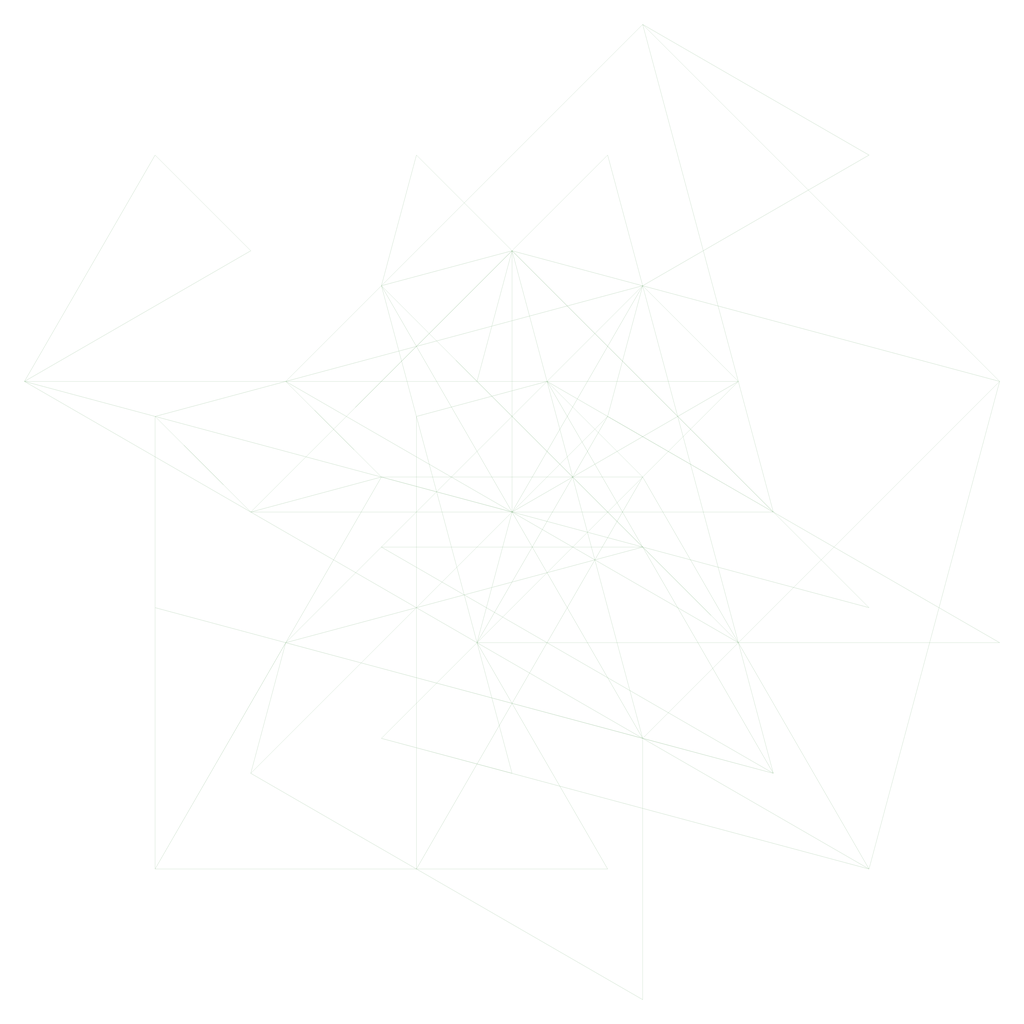
<source format=gbr>
%MOMM*%
%FSLAX26Y26*%
%LPD*%
%ADD10C,0.0833333333333333*%
D10*
X576642320Y10488782D02*
G01*
%LS5.86229169994112*
X337357680Y10488782D01*
%LS0.732050807568877*
X217715360Y217715360D01*
%LS0.267949192431123*
X337357680Y424941937D01*
%LS0.869638781605583*
X544584257Y544584257D01*
X424941937Y337357680D01*
%LS1.14990271955643*
X217715360Y217715360D01*
%LS2.73205080756888*
X217715360Y457000000D01*
%LS0.866025403784439*
X337357680Y664226577D01*
%LS1.15470053837925*
X544584257Y783868898D01*
%LS0.366025403784439*
X424941937Y576642320D01*
%LS1.36602540378444*
X217715360Y457000000D01*
%LS1.73205080756888*
X337357680Y249773423D01*
%LS0.367552596947861*
X457000000Y457000000D01*
X664226577Y576642320D01*
%LS1.5707963267949*
X544584257Y369415743D01*
%LS1*
X337357680Y249773423D01*
%LS1*
X337357680Y10488782D01*
%LS1*
X457000000Y217715360D01*
%LS1*
X337357680Y424941937D01*
%LS1*
X337357680Y664226577D01*
%LS0.636619772367581*
X457000000Y457000000D01*
X457000000Y217715360D01*
%LS2.72069904635133*
X664226577Y337357680D01*
%LS0.577350269189626*
X544584257Y544584257D01*
%LS0.732050807568877*
X544584257Y783868898D01*
%LS2.73205080756888*
X664226577Y576642320D01*
%LS0.866025403784439*
X664226577Y337357680D01*
%LS1.15470053837925*
X544584257Y130131102D01*
%LS0.366025403784439*
X424941937Y337357680D01*
%LS0.869638781605583*
X424941937Y576642320D01*
X544584257Y369415743D01*
%LS1.14990271955643*
X544584257Y130131102D01*
%LS3.73205080756888*
X337357680Y10488782D01*
%LS1.36602540378444*
X130131102Y130131102D01*
%LS1*
X10488782Y337357680D01*
%LS0.732050807568877*
X130131102Y544584257D01*
%LS0.732050807568877*
X337357680Y664226577D01*
%LS0.866025403784439*
X217715360Y457000000D01*
%LS0.577350269189626*
X10488782Y337357680D01*
%LS3.73205080756888*
X10488782Y576642320D01*
X130131102Y783868898D01*
%LS1*
X337357680Y903511218D01*
%LS0.732050807568877*
X217715360Y696284640D01*
X10488782Y576642320D01*
%LS1*
X130131102Y369415743D01*
%LS0.732050807568877*
X249773423Y576642320D01*
%LS0.866025403784439*
X457000000Y696284640D01*
%LS0.577350269189626*
X337357680Y489058063D01*
%LS0.732050807568877*
X130131102Y369415743D01*
%LS3.73205080756888*
X130131102Y130131102D01*
%LS0.366025403784439*
X249773423Y337357680D01*
%LS2*
X130131102Y544584257D01*
%LS1.36602540378444*
X130131102Y783868898D01*
%LS0.366025403784439*
X249773423Y576642320D01*
%LS1.73205080756888*
X249773423Y337357680D01*
%LS0.367552596947861*
X457000000Y457000000D01*
X337357680Y664226577D01*
%LS1.5707963267949*
X337357680Y903511218D01*
%LS0.999999999999999*
X457000000Y696284640D01*
%LS0.636619772367582*
X457000000Y457000000D01*
X337357680Y249773423D01*
%LS2.72069904635133*
X217715360Y457000000D01*
%LS1.15470053837925*
X217715360Y696284640D01*
%LS0.366025403784439*
X337357680Y489058063D01*
%LS1.36602540378444*
X337357680Y249773423D01*
%LS0.999999999999999*
X130131102Y130131102D01*
%LS2.73205080756888*
X369415743Y130131102D01*
%LS0.732050807568877*
X249773423Y337357680D01*
%LS0.5*
X369415743Y544584257D01*
%LS1*
X576642320Y664226577D01*
%LS0.636619772367582*
X457000000Y457000000D01*
X249773423Y337357680D01*
%LS2.72069904635133*
X249773423Y576642320D01*
%LS1.15470053837925*
X369415743Y783868898D01*
%LS1.36602540378444*
X576642320Y903511218D01*
%LS0.366025403784439*
X457000000Y696284640D01*
%LS1.73205080756888*
X249773423Y576642320D01*
%LS0.577350269189626*
X369415743Y369415743D01*
%LS0.636619772367581*
X489058063Y576642320D01*
%LS1.14990271955643*
X696284640Y696284640D01*
%LS1*
X576642320Y489058063D01*
%LS0.869638781605583*
X369415743Y369415743D01*
%LS1.14990271955643*
X369415743Y130131102D01*
%LS0.999999999999999*
X489058063Y337357680D01*
%LS0.869638781605583*
X369415743Y544584257D01*
%LS1.14990271955643*
X369415743Y783868898D01*
%LS1*
X489058063Y576642320D01*
%LS0.869638781605583*
X489058063Y337357680D01*
%LS1.5707963267949*
X696284640Y457000000D01*
%LS1.73205080756888*
X576642320Y664226577D01*
%LS0.577350269189626*
X576642320Y903511218D01*
%LS2.73205080756888*
X696284640Y696284640D01*
%LS0.732050807568877*
X696284640Y457000000D01*
%LS0.866025403784438*
X576642320Y249773423D01*
%LS0.367552596947862*
X457000000Y457000000D01*
X457000000Y696284640D01*
%LS1.5707963267949*
X576642320Y489058063D01*
%LS1*
X576642320Y249773423D01*
%LS2*
X369415743Y130131102D01*
%LS1.36602540378444*
X576642320Y10488782D01*
%LS0.366025403784439*
X457000000Y217715360D01*
%LS2*
X217715360Y217715360D01*
%LS1.36602540378444*
X10488782Y337357680D01*
%LS0.366025403784439*
X249773423Y337357680D01*
%LS1.73205080756888*
X457000000Y217715360D01*
%LS0.577350269189626*
X576642320Y424941937D01*
%LS0.732050807568877*
X783868898Y544584257D01*
%LS2.73205080756888*
X664226577Y337357680D01*
%LS0.866025403784439*
X457000000Y217715360D01*
%LS0.367552596947861*
X457000000Y457000000D01*
X576642320Y664226577D01*
%LS1.5707963267949*
X783868898Y783868898D01*
%LS0.999999999999999*
X664226577Y576642320D01*
%LS0.636619772367582*
X457000000Y457000000D01*
X217715360Y457000000D01*
%LS1.5707963267949*
X10488782Y576642320D01*
%LS1*
X249773423Y576642320D01*
%LS0.636619772367581*
X457000000Y457000000D01*
X576642320Y249773423D01*
%LS2.72069904635133*
X337357680Y249773423D01*
%LS1.15470053837925*
X130131102Y369415743D01*
%LS0.366025403784439*
X369415743Y369415743D01*
%LS1.36602540378444*
X576642320Y249773423D01*
%LS1.73205080756888*
X696284640Y457000000D01*
%LS0.577350269189626*
X903511218Y576642320D01*
%LS2.73205080756888*
X783868898Y369415743D01*
%LS0.732050807568877*
X576642320Y249773423D01*
%LS0.5*
X576642320Y10488782D01*
%LS2.73205080756888*
X696284640Y217715360D01*
%LS0.732050807568877*
X457000000Y217715360D01*
%LS0.866025403784439*
X249773423Y337357680D01*
%LS0.577350269189626*
X489058063Y337357680D01*
%LS0.732050807568878*
X696284640Y217715360D01*
%LS0.999999999999999*
X576642320Y424941937D01*
%LS0.869638781605583*
X337357680Y424941937D01*
%LS1.14990271955643*
X130131102Y544584257D01*
X369415743Y544584257D01*
%LS0.869638781605583*
X576642320Y424941937D01*
%LS1.5707963267949*
X576642320Y664226577D01*
%LS1.73205080756888*
X337357680Y664226577D01*
%LS0.577350269189626*
X130131102Y783868898D01*
%LS2.73205080756888*
X369415743Y783868898D01*
%LS0.732050807568877*
X576642320Y664226577D01*
%LS0.866025403784438*
X696284640Y457000000D01*
%LS0.367552596947862*
X457000000Y457000000D01*
X249773423Y576642320D01*
%LS1.5707963267949*
X489058063Y576642320D01*
%LS0.999999999999999*
X696284640Y457000000D01*
%LS2*
X696284640Y217715360D01*
%LS1.36602540378444*
X903511218Y337357680D01*
%LS0.366025403784439*
X664226577Y337357680D01*
%LS0.636619772367581*
X457000000Y457000000D01*
X696284640Y457000000D01*
%LS1.57079632679489*
X903511218Y337357680D01*
%LS2.73205080756888*
X783868898Y544584257D01*
%LS0.267949192431123*
X544584257Y544584257D01*
%LS1.36602540378444*
X337357680Y664226577D01*
%LS1.73205080756888*
X576642320Y664226577D01*
%LS1.15470053837925*
X783868898Y544584257D01*
%LS1.36602540378444*
X783868898Y783868898D01*
%LS1*
X544584257Y783868898D01*
X337357680Y903511218D01*
%LS1.36602540378444*
X576642320Y903511218D01*
%LS1*
X783868898Y783868898D01*
%LS1*
X903511218Y576642320D01*
%LS0.267949192431123*
X664226577Y576642320D01*
%LS1.73205080756888*
X457000000Y696284640D01*
%LS1.15470053837925*
X696284640Y696284640D01*
%LS1.36602540378444*
X903511218Y576642320D01*
%LS1.36602540378444*
X903511218Y337357680D01*
%LS1*
X783868898Y130131102D01*
%LS0.732050807568877*
X544584257Y130131102D01*
%LS0.732050807568877*
X337357680Y249773423D01*
%LS0.866025403784438*
X576642320Y249773423D01*
%LS0.577350269189626*
X783868898Y130131102D01*
%LS1*
X664226577Y337357680D01*
%LS0.999999999999999*
X424941937Y337357680D01*
%LS1*
X217715360Y457000000D01*
%LS0.636619772367582*
X457000000Y457000000D01*
X664226577Y337357680D01*
%LS2.72069904635133*
X664226577Y576642320D01*
%LS0.577350269189627*
X424941937Y576642320D01*
%LS0.732050807568877*
X217715360Y696284640D01*
%LS2.73205080756888*
X457000000Y696284640D01*
%LS0.866025403784439*
X664226577Y576642320D01*
%LS1.15470053837925*
X783868898Y369415743D01*
%LS0.366025403784438*
X544584257Y369415743D01*
%LS0.869638781605584*
X337357680Y489058063D01*
X576642320Y489058063D01*
%LS1.14990271955643*
X783868898Y369415743D01*
%LS3.73205080756888*
X783868898Y130131102D01*
%LS1.36602540378444*
X576642320Y10488782D01*
M02*

</source>
